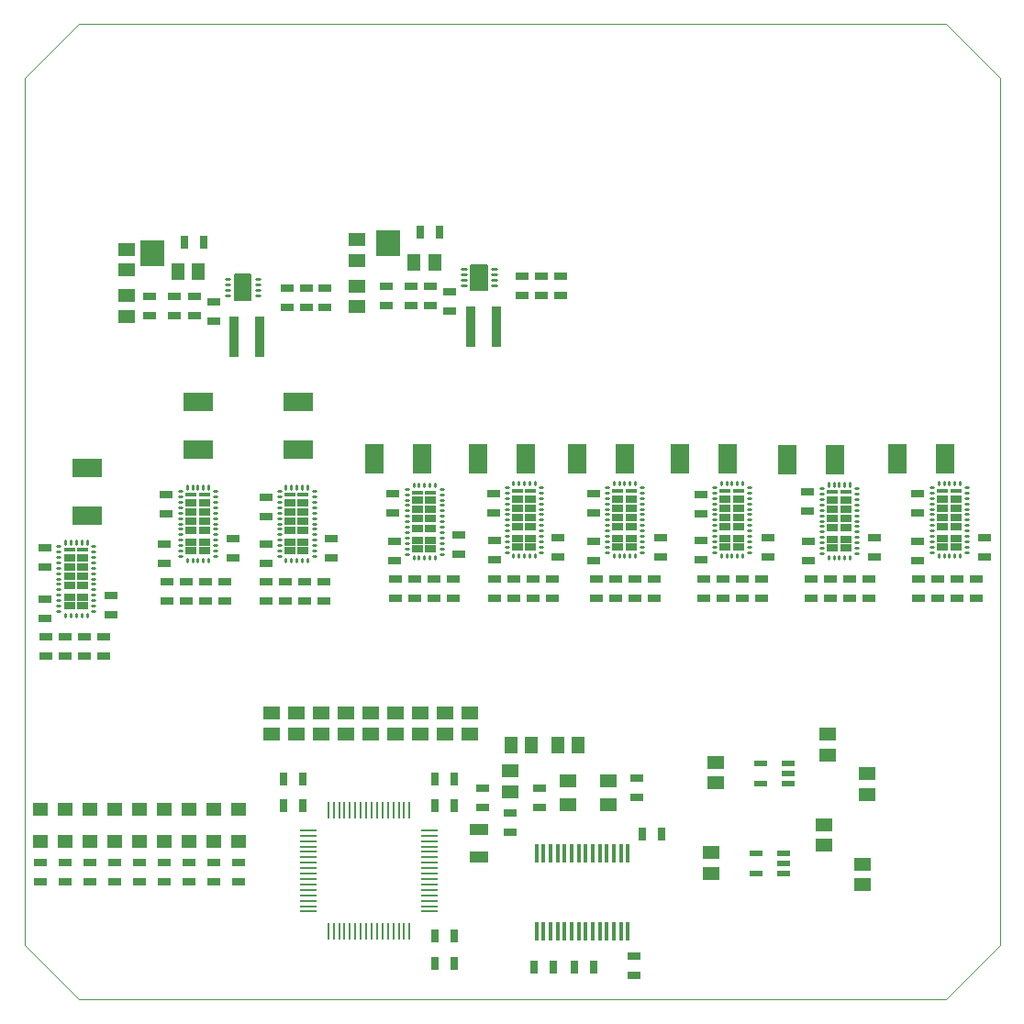
<source format=gtp>
G75*
%MOIN*%
%OFA0B0*%
%FSLAX25Y25*%
%IPPOS*%
%LPD*%
%AMOC8*
5,1,8,0,0,1.08239X$1,22.5*
%
%ADD10R,0.04724X0.03150*%
%ADD11R,0.10630X0.07087*%
%ADD12C,0.00945*%
%ADD13R,0.03937X0.02559*%
%ADD14R,0.03937X0.01575*%
%ADD15R,0.07087X0.10630*%
%ADD16R,0.05118X0.05906*%
%ADD17R,0.03800X0.14600*%
%ADD18C,0.00504*%
%ADD19R,0.00984X0.06102*%
%ADD20R,0.06102X0.00984*%
%ADD21R,0.01575X0.06890*%
%ADD22R,0.07087X0.03937*%
%ADD23R,0.03150X0.04724*%
%ADD24R,0.06299X0.04921*%
%ADD25R,0.03937X0.00984*%
%ADD26R,0.00984X0.03937*%
%ADD27R,0.05906X0.05118*%
%ADD28R,0.04724X0.02165*%
%ADD29R,0.08800X0.09800*%
%ADD30R,0.05512X0.04724*%
%ADD31C,0.00000*%
D10*
X0016900Y0054323D03*
X0016900Y0061410D03*
X0025900Y0061410D03*
X0025900Y0054323D03*
X0034900Y0054323D03*
X0034900Y0061410D03*
X0043900Y0061410D03*
X0043900Y0054323D03*
X0052900Y0054323D03*
X0052900Y0061410D03*
X0061900Y0061410D03*
X0061900Y0054323D03*
X0070900Y0054323D03*
X0070900Y0061410D03*
X0079900Y0061410D03*
X0079900Y0054323D03*
X0088900Y0054323D03*
X0088900Y0061410D03*
X0039900Y0136323D03*
X0032900Y0136323D03*
X0025900Y0136323D03*
X0018900Y0136323D03*
X0018900Y0143410D03*
X0018400Y0149823D03*
X0018400Y0156910D03*
X0018520Y0168629D03*
X0018520Y0175715D03*
X0042400Y0158410D03*
X0042400Y0151323D03*
X0039900Y0143410D03*
X0032900Y0143410D03*
X0025900Y0143410D03*
X0062900Y0156323D03*
X0069900Y0156323D03*
X0076900Y0156323D03*
X0083900Y0156323D03*
X0083900Y0163410D03*
X0076900Y0163410D03*
X0069900Y0163410D03*
X0062900Y0163410D03*
X0061900Y0169823D03*
X0061900Y0176910D03*
X0062320Y0187829D03*
X0062320Y0194915D03*
X0086700Y0178910D03*
X0086700Y0171823D03*
X0098900Y0169823D03*
X0098900Y0163410D03*
X0105900Y0163410D03*
X0112900Y0163410D03*
X0119900Y0163410D03*
X0119900Y0156323D03*
X0112900Y0156323D03*
X0105900Y0156323D03*
X0098900Y0156323D03*
X0098900Y0176910D03*
X0098720Y0186829D03*
X0098720Y0193915D03*
X0122300Y0178910D03*
X0122300Y0171823D03*
X0145400Y0170823D03*
X0145900Y0164410D03*
X0152900Y0164410D03*
X0159900Y0164410D03*
X0166900Y0164410D03*
X0166900Y0157323D03*
X0159900Y0157323D03*
X0152900Y0157323D03*
X0145900Y0157323D03*
X0145400Y0177910D03*
X0144900Y0188323D03*
X0144900Y0195410D03*
X0168700Y0180410D03*
X0168700Y0173323D03*
X0181900Y0171323D03*
X0181900Y0164410D03*
X0188900Y0164410D03*
X0195900Y0164410D03*
X0202900Y0164410D03*
X0202900Y0157323D03*
X0195900Y0157323D03*
X0188900Y0157323D03*
X0181900Y0157323D03*
X0181900Y0178410D03*
X0181300Y0188323D03*
X0181300Y0195410D03*
X0204600Y0179410D03*
X0204600Y0172323D03*
X0217900Y0170823D03*
X0218900Y0164410D03*
X0225900Y0164410D03*
X0232900Y0164410D03*
X0239900Y0164410D03*
X0239900Y0157323D03*
X0232900Y0157323D03*
X0225900Y0157323D03*
X0218900Y0157323D03*
X0217900Y0177910D03*
X0217900Y0188323D03*
X0217900Y0195410D03*
X0242000Y0179410D03*
X0242000Y0172323D03*
X0256900Y0171323D03*
X0257900Y0164410D03*
X0264900Y0164410D03*
X0271900Y0164410D03*
X0278900Y0164410D03*
X0278900Y0157323D03*
X0271900Y0157323D03*
X0264900Y0157323D03*
X0257900Y0157323D03*
X0256900Y0178410D03*
X0256900Y0187823D03*
X0256900Y0194910D03*
X0281000Y0179410D03*
X0281000Y0172323D03*
X0295900Y0170823D03*
X0296900Y0164410D03*
X0303900Y0164410D03*
X0310900Y0164410D03*
X0317900Y0164410D03*
X0317900Y0157323D03*
X0310900Y0157323D03*
X0303900Y0157323D03*
X0296900Y0157323D03*
X0295900Y0177910D03*
X0295400Y0188823D03*
X0295400Y0195910D03*
X0319800Y0179410D03*
X0319800Y0172323D03*
X0335400Y0170823D03*
X0335900Y0164410D03*
X0342900Y0164410D03*
X0349900Y0164410D03*
X0356900Y0164410D03*
X0356900Y0157323D03*
X0349900Y0157323D03*
X0342900Y0157323D03*
X0335900Y0157323D03*
X0335400Y0177910D03*
X0335500Y0188323D03*
X0335500Y0195410D03*
X0359900Y0179410D03*
X0359900Y0172323D03*
X0233541Y0091908D03*
X0233541Y0084822D03*
X0198108Y0088306D03*
X0198108Y0081219D03*
X0187281Y0079448D03*
X0187281Y0072361D03*
X0177439Y0081219D03*
X0177439Y0088306D03*
X0232557Y0027440D03*
X0232557Y0020353D03*
X0079900Y0257923D03*
X0072800Y0259923D03*
X0079900Y0265010D03*
X0072800Y0267010D03*
X0065500Y0267010D03*
X0065500Y0259923D03*
X0056500Y0259923D03*
X0056500Y0267010D03*
X0106500Y0270010D03*
X0113300Y0270010D03*
X0120100Y0270010D03*
X0120100Y0262923D03*
X0113300Y0262923D03*
X0106500Y0262923D03*
X0142300Y0263523D03*
X0142300Y0270610D03*
X0151300Y0270610D03*
X0151300Y0263523D03*
X0158400Y0263523D03*
X0158400Y0270610D03*
X0165500Y0268610D03*
X0165500Y0261523D03*
X0191900Y0267323D03*
X0198900Y0267323D03*
X0198900Y0274410D03*
X0191900Y0274410D03*
X0205900Y0274410D03*
X0205900Y0267323D03*
D11*
X0110500Y0228561D03*
X0110500Y0211238D03*
X0074100Y0211238D03*
X0074100Y0228561D03*
X0033700Y0204561D03*
X0033700Y0187238D03*
D12*
X0033637Y0178168D02*
X0033637Y0177144D01*
X0033637Y0178168D02*
X0033637Y0178168D01*
X0033637Y0177144D01*
X0033637Y0177144D01*
X0033637Y0178088D02*
X0033637Y0178088D01*
X0031669Y0178168D02*
X0031669Y0177144D01*
X0031669Y0178168D02*
X0031669Y0178168D01*
X0031669Y0177144D01*
X0031669Y0177144D01*
X0031669Y0178088D02*
X0031669Y0178088D01*
X0029700Y0178168D02*
X0029700Y0177144D01*
X0029700Y0178168D02*
X0029700Y0178168D01*
X0029700Y0177144D01*
X0029700Y0177144D01*
X0029700Y0178088D02*
X0029700Y0178088D01*
X0027731Y0178168D02*
X0027731Y0177144D01*
X0027731Y0178168D02*
X0027731Y0178168D01*
X0027731Y0177144D01*
X0027731Y0177144D01*
X0027731Y0178088D02*
X0027731Y0178088D01*
X0025763Y0178168D02*
X0025763Y0177144D01*
X0025763Y0178168D02*
X0025763Y0178168D01*
X0025763Y0177144D01*
X0025763Y0177144D01*
X0025763Y0178088D02*
X0025763Y0178088D01*
X0023913Y0176278D02*
X0022889Y0176278D01*
X0023913Y0176278D02*
X0023913Y0176278D01*
X0022889Y0176278D01*
X0022889Y0176278D01*
X0022889Y0174309D02*
X0023913Y0174309D01*
X0023913Y0174309D01*
X0022889Y0174309D01*
X0022889Y0174309D01*
X0022889Y0172341D02*
X0023913Y0172341D01*
X0023913Y0172341D01*
X0022889Y0172341D01*
X0022889Y0172341D01*
X0022889Y0170372D02*
X0023913Y0170372D01*
X0023913Y0170372D01*
X0022889Y0170372D01*
X0022889Y0170372D01*
X0022889Y0168404D02*
X0023913Y0168404D01*
X0023913Y0168404D01*
X0022889Y0168404D01*
X0022889Y0168404D01*
X0022889Y0166435D02*
X0023913Y0166435D01*
X0023913Y0166435D01*
X0022889Y0166435D01*
X0022889Y0166435D01*
X0022889Y0164467D02*
X0023913Y0164467D01*
X0023913Y0164467D01*
X0022889Y0164467D01*
X0022889Y0164467D01*
X0022889Y0162498D02*
X0023913Y0162498D01*
X0023913Y0162498D01*
X0022889Y0162498D01*
X0022889Y0162498D01*
X0022889Y0160530D02*
X0023913Y0160530D01*
X0023913Y0160530D01*
X0022889Y0160530D01*
X0022889Y0160530D01*
X0022889Y0158561D02*
X0023913Y0158561D01*
X0023913Y0158561D01*
X0022889Y0158561D01*
X0022889Y0158561D01*
X0022889Y0156593D02*
X0023913Y0156593D01*
X0023913Y0156593D01*
X0022889Y0156593D01*
X0022889Y0156593D01*
X0022889Y0154624D02*
X0023913Y0154624D01*
X0023913Y0154624D01*
X0022889Y0154624D01*
X0022889Y0154624D01*
X0022889Y0152656D02*
X0023913Y0152656D01*
X0023913Y0152656D01*
X0022889Y0152656D01*
X0022889Y0152656D01*
X0025763Y0151790D02*
X0025763Y0150766D01*
X0025763Y0150766D01*
X0025763Y0151790D01*
X0025763Y0151790D01*
X0025763Y0151710D02*
X0025763Y0151710D01*
X0027731Y0151790D02*
X0027731Y0150766D01*
X0027731Y0150766D01*
X0027731Y0151790D01*
X0027731Y0151790D01*
X0027731Y0151710D02*
X0027731Y0151710D01*
X0029700Y0151790D02*
X0029700Y0150766D01*
X0029700Y0150766D01*
X0029700Y0151790D01*
X0029700Y0151790D01*
X0029700Y0151710D02*
X0029700Y0151710D01*
X0031669Y0151790D02*
X0031669Y0150766D01*
X0031669Y0150766D01*
X0031669Y0151790D01*
X0031669Y0151790D01*
X0031669Y0151710D02*
X0031669Y0151710D01*
X0033637Y0151790D02*
X0033637Y0150766D01*
X0033637Y0150766D01*
X0033637Y0151790D01*
X0033637Y0151790D01*
X0033637Y0151710D02*
X0033637Y0151710D01*
X0035487Y0152656D02*
X0036511Y0152656D01*
X0035487Y0152656D02*
X0035487Y0152656D01*
X0036511Y0152656D01*
X0036511Y0152656D01*
X0036511Y0154624D02*
X0035487Y0154624D01*
X0035487Y0154624D01*
X0036511Y0154624D01*
X0036511Y0154624D01*
X0036511Y0156593D02*
X0035487Y0156593D01*
X0035487Y0156593D01*
X0036511Y0156593D01*
X0036511Y0156593D01*
X0036511Y0158561D02*
X0035487Y0158561D01*
X0035487Y0158561D01*
X0036511Y0158561D01*
X0036511Y0158561D01*
X0036511Y0160530D02*
X0035487Y0160530D01*
X0035487Y0160530D01*
X0036511Y0160530D01*
X0036511Y0160530D01*
X0036511Y0162498D02*
X0035487Y0162498D01*
X0035487Y0162498D01*
X0036511Y0162498D01*
X0036511Y0162498D01*
X0036511Y0164467D02*
X0035487Y0164467D01*
X0035487Y0164467D01*
X0036511Y0164467D01*
X0036511Y0164467D01*
X0036511Y0166435D02*
X0035487Y0166435D01*
X0035487Y0166435D01*
X0036511Y0166435D01*
X0036511Y0166435D01*
X0036511Y0168404D02*
X0035487Y0168404D01*
X0035487Y0168404D01*
X0036511Y0168404D01*
X0036511Y0168404D01*
X0036511Y0170372D02*
X0035487Y0170372D01*
X0035487Y0170372D01*
X0036511Y0170372D01*
X0036511Y0170372D01*
X0036511Y0172341D02*
X0035487Y0172341D01*
X0035487Y0172341D01*
X0036511Y0172341D01*
X0036511Y0172341D01*
X0036511Y0174309D02*
X0035487Y0174309D01*
X0035487Y0174309D01*
X0036511Y0174309D01*
X0036511Y0174309D01*
X0036511Y0176278D02*
X0035487Y0176278D01*
X0035487Y0176278D01*
X0036511Y0176278D01*
X0036511Y0176278D01*
X0067089Y0176593D02*
X0068113Y0176593D01*
X0068113Y0176593D01*
X0067089Y0176593D01*
X0067089Y0176593D01*
X0067089Y0178561D02*
X0068113Y0178561D01*
X0068113Y0178561D01*
X0067089Y0178561D01*
X0067089Y0178561D01*
X0067089Y0180530D02*
X0068113Y0180530D01*
X0068113Y0180530D01*
X0067089Y0180530D01*
X0067089Y0180530D01*
X0067089Y0182498D02*
X0068113Y0182498D01*
X0068113Y0182498D01*
X0067089Y0182498D01*
X0067089Y0182498D01*
X0067089Y0184467D02*
X0068113Y0184467D01*
X0068113Y0184467D01*
X0067089Y0184467D01*
X0067089Y0184467D01*
X0067089Y0186435D02*
X0068113Y0186435D01*
X0068113Y0186435D01*
X0067089Y0186435D01*
X0067089Y0186435D01*
X0067089Y0188404D02*
X0068113Y0188404D01*
X0068113Y0188404D01*
X0067089Y0188404D01*
X0067089Y0188404D01*
X0067089Y0190372D02*
X0068113Y0190372D01*
X0068113Y0190372D01*
X0067089Y0190372D01*
X0067089Y0190372D01*
X0067089Y0192341D02*
X0068113Y0192341D01*
X0068113Y0192341D01*
X0067089Y0192341D01*
X0067089Y0192341D01*
X0067089Y0194309D02*
X0068113Y0194309D01*
X0068113Y0194309D01*
X0067089Y0194309D01*
X0067089Y0194309D01*
X0067089Y0196278D02*
X0068113Y0196278D01*
X0068113Y0196278D01*
X0067089Y0196278D01*
X0067089Y0196278D01*
X0069963Y0197144D02*
X0069963Y0198168D01*
X0069963Y0198168D01*
X0069963Y0197144D01*
X0069963Y0197144D01*
X0069963Y0198088D02*
X0069963Y0198088D01*
X0071931Y0198168D02*
X0071931Y0197144D01*
X0071931Y0198168D02*
X0071931Y0198168D01*
X0071931Y0197144D01*
X0071931Y0197144D01*
X0071931Y0198088D02*
X0071931Y0198088D01*
X0073900Y0198168D02*
X0073900Y0197144D01*
X0073900Y0198168D02*
X0073900Y0198168D01*
X0073900Y0197144D01*
X0073900Y0197144D01*
X0073900Y0198088D02*
X0073900Y0198088D01*
X0075869Y0198168D02*
X0075869Y0197144D01*
X0075869Y0198168D02*
X0075869Y0198168D01*
X0075869Y0197144D01*
X0075869Y0197144D01*
X0075869Y0198088D02*
X0075869Y0198088D01*
X0077837Y0198168D02*
X0077837Y0197144D01*
X0077837Y0198168D02*
X0077837Y0198168D01*
X0077837Y0197144D01*
X0077837Y0197144D01*
X0077837Y0198088D02*
X0077837Y0198088D01*
X0079687Y0196278D02*
X0080711Y0196278D01*
X0079687Y0196278D02*
X0079687Y0196278D01*
X0080711Y0196278D01*
X0080711Y0196278D01*
X0080711Y0194309D02*
X0079687Y0194309D01*
X0079687Y0194309D01*
X0080711Y0194309D01*
X0080711Y0194309D01*
X0080711Y0192341D02*
X0079687Y0192341D01*
X0079687Y0192341D01*
X0080711Y0192341D01*
X0080711Y0192341D01*
X0080711Y0190372D02*
X0079687Y0190372D01*
X0079687Y0190372D01*
X0080711Y0190372D01*
X0080711Y0190372D01*
X0080711Y0188404D02*
X0079687Y0188404D01*
X0079687Y0188404D01*
X0080711Y0188404D01*
X0080711Y0188404D01*
X0080711Y0186435D02*
X0079687Y0186435D01*
X0079687Y0186435D01*
X0080711Y0186435D01*
X0080711Y0186435D01*
X0080711Y0184467D02*
X0079687Y0184467D01*
X0079687Y0184467D01*
X0080711Y0184467D01*
X0080711Y0184467D01*
X0080711Y0182498D02*
X0079687Y0182498D01*
X0079687Y0182498D01*
X0080711Y0182498D01*
X0080711Y0182498D01*
X0080711Y0180530D02*
X0079687Y0180530D01*
X0079687Y0180530D01*
X0080711Y0180530D01*
X0080711Y0180530D01*
X0080711Y0178561D02*
X0079687Y0178561D01*
X0079687Y0178561D01*
X0080711Y0178561D01*
X0080711Y0178561D01*
X0080711Y0176593D02*
X0079687Y0176593D01*
X0079687Y0176593D01*
X0080711Y0176593D01*
X0080711Y0176593D01*
X0080711Y0174624D02*
X0079687Y0174624D01*
X0079687Y0174624D01*
X0080711Y0174624D01*
X0080711Y0174624D01*
X0080711Y0172656D02*
X0079687Y0172656D01*
X0079687Y0172656D01*
X0080711Y0172656D01*
X0080711Y0172656D01*
X0077837Y0171790D02*
X0077837Y0170766D01*
X0077837Y0170766D01*
X0077837Y0171790D01*
X0077837Y0171790D01*
X0077837Y0171710D02*
X0077837Y0171710D01*
X0075869Y0171790D02*
X0075869Y0170766D01*
X0075869Y0170766D01*
X0075869Y0171790D01*
X0075869Y0171790D01*
X0075869Y0171710D02*
X0075869Y0171710D01*
X0073900Y0171790D02*
X0073900Y0170766D01*
X0073900Y0170766D01*
X0073900Y0171790D01*
X0073900Y0171790D01*
X0073900Y0171710D02*
X0073900Y0171710D01*
X0071931Y0171790D02*
X0071931Y0170766D01*
X0071931Y0170766D01*
X0071931Y0171790D01*
X0071931Y0171790D01*
X0071931Y0171710D02*
X0071931Y0171710D01*
X0069963Y0171790D02*
X0069963Y0170766D01*
X0069963Y0170766D01*
X0069963Y0171790D01*
X0069963Y0171790D01*
X0069963Y0171710D02*
X0069963Y0171710D01*
X0068113Y0172656D02*
X0067089Y0172656D01*
X0068113Y0172656D02*
X0068113Y0172656D01*
X0067089Y0172656D01*
X0067089Y0172656D01*
X0067089Y0174624D02*
X0068113Y0174624D01*
X0068113Y0174624D01*
X0067089Y0174624D01*
X0067089Y0174624D01*
X0102989Y0174624D02*
X0104013Y0174624D01*
X0104013Y0174624D01*
X0102989Y0174624D01*
X0102989Y0174624D01*
X0102989Y0172656D02*
X0104013Y0172656D01*
X0104013Y0172656D01*
X0102989Y0172656D01*
X0102989Y0172656D01*
X0105863Y0171790D02*
X0105863Y0170766D01*
X0105863Y0170766D01*
X0105863Y0171790D01*
X0105863Y0171790D01*
X0105863Y0171710D02*
X0105863Y0171710D01*
X0107831Y0171790D02*
X0107831Y0170766D01*
X0107831Y0170766D01*
X0107831Y0171790D01*
X0107831Y0171790D01*
X0107831Y0171710D02*
X0107831Y0171710D01*
X0109800Y0171790D02*
X0109800Y0170766D01*
X0109800Y0170766D01*
X0109800Y0171790D01*
X0109800Y0171790D01*
X0109800Y0171710D02*
X0109800Y0171710D01*
X0111769Y0171790D02*
X0111769Y0170766D01*
X0111769Y0170766D01*
X0111769Y0171790D01*
X0111769Y0171790D01*
X0111769Y0171710D02*
X0111769Y0171710D01*
X0113737Y0171790D02*
X0113737Y0170766D01*
X0113737Y0170766D01*
X0113737Y0171790D01*
X0113737Y0171790D01*
X0113737Y0171710D02*
X0113737Y0171710D01*
X0115587Y0172656D02*
X0116611Y0172656D01*
X0115587Y0172656D02*
X0115587Y0172656D01*
X0116611Y0172656D01*
X0116611Y0172656D01*
X0116611Y0174624D02*
X0115587Y0174624D01*
X0115587Y0174624D01*
X0116611Y0174624D01*
X0116611Y0174624D01*
X0116611Y0176593D02*
X0115587Y0176593D01*
X0115587Y0176593D01*
X0116611Y0176593D01*
X0116611Y0176593D01*
X0116611Y0178561D02*
X0115587Y0178561D01*
X0115587Y0178561D01*
X0116611Y0178561D01*
X0116611Y0178561D01*
X0116611Y0180530D02*
X0115587Y0180530D01*
X0115587Y0180530D01*
X0116611Y0180530D01*
X0116611Y0180530D01*
X0116611Y0182498D02*
X0115587Y0182498D01*
X0115587Y0182498D01*
X0116611Y0182498D01*
X0116611Y0182498D01*
X0116611Y0184467D02*
X0115587Y0184467D01*
X0115587Y0184467D01*
X0116611Y0184467D01*
X0116611Y0184467D01*
X0116611Y0186435D02*
X0115587Y0186435D01*
X0115587Y0186435D01*
X0116611Y0186435D01*
X0116611Y0186435D01*
X0116611Y0188404D02*
X0115587Y0188404D01*
X0115587Y0188404D01*
X0116611Y0188404D01*
X0116611Y0188404D01*
X0116611Y0190372D02*
X0115587Y0190372D01*
X0115587Y0190372D01*
X0116611Y0190372D01*
X0116611Y0190372D01*
X0116611Y0192341D02*
X0115587Y0192341D01*
X0115587Y0192341D01*
X0116611Y0192341D01*
X0116611Y0192341D01*
X0116611Y0194309D02*
X0115587Y0194309D01*
X0115587Y0194309D01*
X0116611Y0194309D01*
X0116611Y0194309D01*
X0116611Y0196278D02*
X0115587Y0196278D01*
X0115587Y0196278D01*
X0116611Y0196278D01*
X0116611Y0196278D01*
X0113737Y0197144D02*
X0113737Y0198168D01*
X0113737Y0198168D01*
X0113737Y0197144D01*
X0113737Y0197144D01*
X0113737Y0198088D02*
X0113737Y0198088D01*
X0111769Y0198168D02*
X0111769Y0197144D01*
X0111769Y0198168D02*
X0111769Y0198168D01*
X0111769Y0197144D01*
X0111769Y0197144D01*
X0111769Y0198088D02*
X0111769Y0198088D01*
X0109800Y0198168D02*
X0109800Y0197144D01*
X0109800Y0198168D02*
X0109800Y0198168D01*
X0109800Y0197144D01*
X0109800Y0197144D01*
X0109800Y0198088D02*
X0109800Y0198088D01*
X0107831Y0198168D02*
X0107831Y0197144D01*
X0107831Y0198168D02*
X0107831Y0198168D01*
X0107831Y0197144D01*
X0107831Y0197144D01*
X0107831Y0198088D02*
X0107831Y0198088D01*
X0105863Y0198168D02*
X0105863Y0197144D01*
X0105863Y0198168D02*
X0105863Y0198168D01*
X0105863Y0197144D01*
X0105863Y0197144D01*
X0105863Y0198088D02*
X0105863Y0198088D01*
X0104013Y0196278D02*
X0102989Y0196278D01*
X0104013Y0196278D02*
X0104013Y0196278D01*
X0102989Y0196278D01*
X0102989Y0196278D01*
X0102989Y0194309D02*
X0104013Y0194309D01*
X0104013Y0194309D01*
X0102989Y0194309D01*
X0102989Y0194309D01*
X0102989Y0192341D02*
X0104013Y0192341D01*
X0104013Y0192341D01*
X0102989Y0192341D01*
X0102989Y0192341D01*
X0102989Y0190372D02*
X0104013Y0190372D01*
X0104013Y0190372D01*
X0102989Y0190372D01*
X0102989Y0190372D01*
X0102989Y0188404D02*
X0104013Y0188404D01*
X0104013Y0188404D01*
X0102989Y0188404D01*
X0102989Y0188404D01*
X0102989Y0186435D02*
X0104013Y0186435D01*
X0104013Y0186435D01*
X0102989Y0186435D01*
X0102989Y0186435D01*
X0102989Y0184467D02*
X0104013Y0184467D01*
X0104013Y0184467D01*
X0102989Y0184467D01*
X0102989Y0184467D01*
X0102989Y0182498D02*
X0104013Y0182498D01*
X0104013Y0182498D01*
X0102989Y0182498D01*
X0102989Y0182498D01*
X0102989Y0180530D02*
X0104013Y0180530D01*
X0104013Y0180530D01*
X0102989Y0180530D01*
X0102989Y0180530D01*
X0102989Y0178561D02*
X0104013Y0178561D01*
X0104013Y0178561D01*
X0102989Y0178561D01*
X0102989Y0178561D01*
X0102989Y0176593D02*
X0104013Y0176593D01*
X0104013Y0176593D01*
X0102989Y0176593D01*
X0102989Y0176593D01*
X0149389Y0177393D02*
X0150413Y0177393D01*
X0150413Y0177393D01*
X0149389Y0177393D01*
X0149389Y0177393D01*
X0149389Y0179361D02*
X0150413Y0179361D01*
X0150413Y0179361D01*
X0149389Y0179361D01*
X0149389Y0179361D01*
X0149389Y0181330D02*
X0150413Y0181330D01*
X0150413Y0181330D01*
X0149389Y0181330D01*
X0149389Y0181330D01*
X0149389Y0183298D02*
X0150413Y0183298D01*
X0150413Y0183298D01*
X0149389Y0183298D01*
X0149389Y0183298D01*
X0149389Y0185267D02*
X0150413Y0185267D01*
X0150413Y0185267D01*
X0149389Y0185267D01*
X0149389Y0185267D01*
X0149389Y0187235D02*
X0150413Y0187235D01*
X0150413Y0187235D01*
X0149389Y0187235D01*
X0149389Y0187235D01*
X0149389Y0189204D02*
X0150413Y0189204D01*
X0150413Y0189204D01*
X0149389Y0189204D01*
X0149389Y0189204D01*
X0149389Y0191172D02*
X0150413Y0191172D01*
X0150413Y0191172D01*
X0149389Y0191172D01*
X0149389Y0191172D01*
X0149389Y0193141D02*
X0150413Y0193141D01*
X0150413Y0193141D01*
X0149389Y0193141D01*
X0149389Y0193141D01*
X0149389Y0195109D02*
X0150413Y0195109D01*
X0150413Y0195109D01*
X0149389Y0195109D01*
X0149389Y0195109D01*
X0149389Y0197078D02*
X0150413Y0197078D01*
X0150413Y0197078D01*
X0149389Y0197078D01*
X0149389Y0197078D01*
X0152263Y0197944D02*
X0152263Y0198968D01*
X0152263Y0198968D01*
X0152263Y0197944D01*
X0152263Y0197944D01*
X0152263Y0198888D02*
X0152263Y0198888D01*
X0154231Y0198968D02*
X0154231Y0197944D01*
X0154231Y0198968D02*
X0154231Y0198968D01*
X0154231Y0197944D01*
X0154231Y0197944D01*
X0154231Y0198888D02*
X0154231Y0198888D01*
X0156200Y0198968D02*
X0156200Y0197944D01*
X0156200Y0198968D02*
X0156200Y0198968D01*
X0156200Y0197944D01*
X0156200Y0197944D01*
X0156200Y0198888D02*
X0156200Y0198888D01*
X0158169Y0198968D02*
X0158169Y0197944D01*
X0158169Y0198968D02*
X0158169Y0198968D01*
X0158169Y0197944D01*
X0158169Y0197944D01*
X0158169Y0198888D02*
X0158169Y0198888D01*
X0160137Y0198968D02*
X0160137Y0197944D01*
X0160137Y0198968D02*
X0160137Y0198968D01*
X0160137Y0197944D01*
X0160137Y0197944D01*
X0160137Y0198888D02*
X0160137Y0198888D01*
X0161987Y0197078D02*
X0163011Y0197078D01*
X0161987Y0197078D02*
X0161987Y0197078D01*
X0163011Y0197078D01*
X0163011Y0197078D01*
X0163011Y0195109D02*
X0161987Y0195109D01*
X0161987Y0195109D01*
X0163011Y0195109D01*
X0163011Y0195109D01*
X0163011Y0193141D02*
X0161987Y0193141D01*
X0161987Y0193141D01*
X0163011Y0193141D01*
X0163011Y0193141D01*
X0163011Y0191172D02*
X0161987Y0191172D01*
X0161987Y0191172D01*
X0163011Y0191172D01*
X0163011Y0191172D01*
X0163011Y0189204D02*
X0161987Y0189204D01*
X0161987Y0189204D01*
X0163011Y0189204D01*
X0163011Y0189204D01*
X0163011Y0187235D02*
X0161987Y0187235D01*
X0161987Y0187235D01*
X0163011Y0187235D01*
X0163011Y0187235D01*
X0163011Y0185267D02*
X0161987Y0185267D01*
X0161987Y0185267D01*
X0163011Y0185267D01*
X0163011Y0185267D01*
X0163011Y0183298D02*
X0161987Y0183298D01*
X0161987Y0183298D01*
X0163011Y0183298D01*
X0163011Y0183298D01*
X0163011Y0181330D02*
X0161987Y0181330D01*
X0161987Y0181330D01*
X0163011Y0181330D01*
X0163011Y0181330D01*
X0163011Y0179361D02*
X0161987Y0179361D01*
X0161987Y0179361D01*
X0163011Y0179361D01*
X0163011Y0179361D01*
X0163011Y0177393D02*
X0161987Y0177393D01*
X0161987Y0177393D01*
X0163011Y0177393D01*
X0163011Y0177393D01*
X0163011Y0175424D02*
X0161987Y0175424D01*
X0161987Y0175424D01*
X0163011Y0175424D01*
X0163011Y0175424D01*
X0163011Y0173456D02*
X0161987Y0173456D01*
X0161987Y0173456D01*
X0163011Y0173456D01*
X0163011Y0173456D01*
X0160137Y0172590D02*
X0160137Y0171566D01*
X0160137Y0171566D01*
X0160137Y0172590D01*
X0160137Y0172590D01*
X0160137Y0172510D02*
X0160137Y0172510D01*
X0158169Y0172590D02*
X0158169Y0171566D01*
X0158169Y0171566D01*
X0158169Y0172590D01*
X0158169Y0172590D01*
X0158169Y0172510D02*
X0158169Y0172510D01*
X0156200Y0172590D02*
X0156200Y0171566D01*
X0156200Y0171566D01*
X0156200Y0172590D01*
X0156200Y0172590D01*
X0156200Y0172510D02*
X0156200Y0172510D01*
X0154231Y0172590D02*
X0154231Y0171566D01*
X0154231Y0171566D01*
X0154231Y0172590D01*
X0154231Y0172590D01*
X0154231Y0172510D02*
X0154231Y0172510D01*
X0152263Y0172590D02*
X0152263Y0171566D01*
X0152263Y0171566D01*
X0152263Y0172590D01*
X0152263Y0172590D01*
X0152263Y0172510D02*
X0152263Y0172510D01*
X0150413Y0173456D02*
X0149389Y0173456D01*
X0150413Y0173456D02*
X0150413Y0173456D01*
X0149389Y0173456D01*
X0149389Y0173456D01*
X0149389Y0175424D02*
X0150413Y0175424D01*
X0150413Y0175424D01*
X0149389Y0175424D01*
X0149389Y0175424D01*
X0185589Y0176024D02*
X0186613Y0176024D01*
X0186613Y0176024D01*
X0185589Y0176024D01*
X0185589Y0176024D01*
X0185589Y0174056D02*
X0186613Y0174056D01*
X0186613Y0174056D01*
X0185589Y0174056D01*
X0185589Y0174056D01*
X0188463Y0173190D02*
X0188463Y0172166D01*
X0188463Y0172166D01*
X0188463Y0173190D01*
X0188463Y0173190D01*
X0188463Y0173110D02*
X0188463Y0173110D01*
X0190431Y0173190D02*
X0190431Y0172166D01*
X0190431Y0172166D01*
X0190431Y0173190D01*
X0190431Y0173190D01*
X0190431Y0173110D02*
X0190431Y0173110D01*
X0192400Y0173190D02*
X0192400Y0172166D01*
X0192400Y0172166D01*
X0192400Y0173190D01*
X0192400Y0173190D01*
X0192400Y0173110D02*
X0192400Y0173110D01*
X0194369Y0173190D02*
X0194369Y0172166D01*
X0194369Y0172166D01*
X0194369Y0173190D01*
X0194369Y0173190D01*
X0194369Y0173110D02*
X0194369Y0173110D01*
X0196337Y0173190D02*
X0196337Y0172166D01*
X0196337Y0172166D01*
X0196337Y0173190D01*
X0196337Y0173190D01*
X0196337Y0173110D02*
X0196337Y0173110D01*
X0198187Y0174056D02*
X0199211Y0174056D01*
X0198187Y0174056D02*
X0198187Y0174056D01*
X0199211Y0174056D01*
X0199211Y0174056D01*
X0199211Y0176024D02*
X0198187Y0176024D01*
X0198187Y0176024D01*
X0199211Y0176024D01*
X0199211Y0176024D01*
X0199211Y0177993D02*
X0198187Y0177993D01*
X0198187Y0177993D01*
X0199211Y0177993D01*
X0199211Y0177993D01*
X0199211Y0179961D02*
X0198187Y0179961D01*
X0198187Y0179961D01*
X0199211Y0179961D01*
X0199211Y0179961D01*
X0199211Y0181930D02*
X0198187Y0181930D01*
X0198187Y0181930D01*
X0199211Y0181930D01*
X0199211Y0181930D01*
X0199211Y0183898D02*
X0198187Y0183898D01*
X0198187Y0183898D01*
X0199211Y0183898D01*
X0199211Y0183898D01*
X0199211Y0185867D02*
X0198187Y0185867D01*
X0198187Y0185867D01*
X0199211Y0185867D01*
X0199211Y0185867D01*
X0199211Y0187835D02*
X0198187Y0187835D01*
X0198187Y0187835D01*
X0199211Y0187835D01*
X0199211Y0187835D01*
X0199211Y0189804D02*
X0198187Y0189804D01*
X0198187Y0189804D01*
X0199211Y0189804D01*
X0199211Y0189804D01*
X0199211Y0191772D02*
X0198187Y0191772D01*
X0198187Y0191772D01*
X0199211Y0191772D01*
X0199211Y0191772D01*
X0199211Y0193741D02*
X0198187Y0193741D01*
X0198187Y0193741D01*
X0199211Y0193741D01*
X0199211Y0193741D01*
X0199211Y0195709D02*
X0198187Y0195709D01*
X0198187Y0195709D01*
X0199211Y0195709D01*
X0199211Y0195709D01*
X0199211Y0197678D02*
X0198187Y0197678D01*
X0198187Y0197678D01*
X0199211Y0197678D01*
X0199211Y0197678D01*
X0196337Y0198544D02*
X0196337Y0199568D01*
X0196337Y0199568D01*
X0196337Y0198544D01*
X0196337Y0198544D01*
X0196337Y0199488D02*
X0196337Y0199488D01*
X0194369Y0199568D02*
X0194369Y0198544D01*
X0194369Y0199568D02*
X0194369Y0199568D01*
X0194369Y0198544D01*
X0194369Y0198544D01*
X0194369Y0199488D02*
X0194369Y0199488D01*
X0192400Y0199568D02*
X0192400Y0198544D01*
X0192400Y0199568D02*
X0192400Y0199568D01*
X0192400Y0198544D01*
X0192400Y0198544D01*
X0192400Y0199488D02*
X0192400Y0199488D01*
X0190431Y0199568D02*
X0190431Y0198544D01*
X0190431Y0199568D02*
X0190431Y0199568D01*
X0190431Y0198544D01*
X0190431Y0198544D01*
X0190431Y0199488D02*
X0190431Y0199488D01*
X0188463Y0199568D02*
X0188463Y0198544D01*
X0188463Y0199568D02*
X0188463Y0199568D01*
X0188463Y0198544D01*
X0188463Y0198544D01*
X0188463Y0199488D02*
X0188463Y0199488D01*
X0186613Y0197678D02*
X0185589Y0197678D01*
X0186613Y0197678D02*
X0186613Y0197678D01*
X0185589Y0197678D01*
X0185589Y0197678D01*
X0185589Y0195709D02*
X0186613Y0195709D01*
X0186613Y0195709D01*
X0185589Y0195709D01*
X0185589Y0195709D01*
X0185589Y0193741D02*
X0186613Y0193741D01*
X0186613Y0193741D01*
X0185589Y0193741D01*
X0185589Y0193741D01*
X0185589Y0191772D02*
X0186613Y0191772D01*
X0186613Y0191772D01*
X0185589Y0191772D01*
X0185589Y0191772D01*
X0185589Y0189804D02*
X0186613Y0189804D01*
X0186613Y0189804D01*
X0185589Y0189804D01*
X0185589Y0189804D01*
X0185589Y0187835D02*
X0186613Y0187835D01*
X0186613Y0187835D01*
X0185589Y0187835D01*
X0185589Y0187835D01*
X0185589Y0185867D02*
X0186613Y0185867D01*
X0186613Y0185867D01*
X0185589Y0185867D01*
X0185589Y0185867D01*
X0185589Y0183898D02*
X0186613Y0183898D01*
X0186613Y0183898D01*
X0185589Y0183898D01*
X0185589Y0183898D01*
X0185589Y0181930D02*
X0186613Y0181930D01*
X0186613Y0181930D01*
X0185589Y0181930D01*
X0185589Y0181930D01*
X0185589Y0179961D02*
X0186613Y0179961D01*
X0186613Y0179961D01*
X0185589Y0179961D01*
X0185589Y0179961D01*
X0185589Y0177993D02*
X0186613Y0177993D01*
X0186613Y0177993D01*
X0185589Y0177993D01*
X0185589Y0177993D01*
X0222089Y0177993D02*
X0223113Y0177993D01*
X0223113Y0177993D01*
X0222089Y0177993D01*
X0222089Y0177993D01*
X0222089Y0179961D02*
X0223113Y0179961D01*
X0223113Y0179961D01*
X0222089Y0179961D01*
X0222089Y0179961D01*
X0222089Y0181930D02*
X0223113Y0181930D01*
X0223113Y0181930D01*
X0222089Y0181930D01*
X0222089Y0181930D01*
X0222089Y0183898D02*
X0223113Y0183898D01*
X0223113Y0183898D01*
X0222089Y0183898D01*
X0222089Y0183898D01*
X0222089Y0185867D02*
X0223113Y0185867D01*
X0223113Y0185867D01*
X0222089Y0185867D01*
X0222089Y0185867D01*
X0222089Y0187835D02*
X0223113Y0187835D01*
X0223113Y0187835D01*
X0222089Y0187835D01*
X0222089Y0187835D01*
X0222089Y0189804D02*
X0223113Y0189804D01*
X0223113Y0189804D01*
X0222089Y0189804D01*
X0222089Y0189804D01*
X0222089Y0191772D02*
X0223113Y0191772D01*
X0223113Y0191772D01*
X0222089Y0191772D01*
X0222089Y0191772D01*
X0222089Y0193741D02*
X0223113Y0193741D01*
X0223113Y0193741D01*
X0222089Y0193741D01*
X0222089Y0193741D01*
X0222089Y0195709D02*
X0223113Y0195709D01*
X0223113Y0195709D01*
X0222089Y0195709D01*
X0222089Y0195709D01*
X0222089Y0197678D02*
X0223113Y0197678D01*
X0223113Y0197678D01*
X0222089Y0197678D01*
X0222089Y0197678D01*
X0224963Y0198544D02*
X0224963Y0199568D01*
X0224963Y0199568D01*
X0224963Y0198544D01*
X0224963Y0198544D01*
X0224963Y0199488D02*
X0224963Y0199488D01*
X0226931Y0199568D02*
X0226931Y0198544D01*
X0226931Y0199568D02*
X0226931Y0199568D01*
X0226931Y0198544D01*
X0226931Y0198544D01*
X0226931Y0199488D02*
X0226931Y0199488D01*
X0228900Y0199568D02*
X0228900Y0198544D01*
X0228900Y0199568D02*
X0228900Y0199568D01*
X0228900Y0198544D01*
X0228900Y0198544D01*
X0228900Y0199488D02*
X0228900Y0199488D01*
X0230869Y0199568D02*
X0230869Y0198544D01*
X0230869Y0199568D02*
X0230869Y0199568D01*
X0230869Y0198544D01*
X0230869Y0198544D01*
X0230869Y0199488D02*
X0230869Y0199488D01*
X0232837Y0199568D02*
X0232837Y0198544D01*
X0232837Y0199568D02*
X0232837Y0199568D01*
X0232837Y0198544D01*
X0232837Y0198544D01*
X0232837Y0199488D02*
X0232837Y0199488D01*
X0234687Y0197678D02*
X0235711Y0197678D01*
X0234687Y0197678D02*
X0234687Y0197678D01*
X0235711Y0197678D01*
X0235711Y0197678D01*
X0235711Y0195709D02*
X0234687Y0195709D01*
X0234687Y0195709D01*
X0235711Y0195709D01*
X0235711Y0195709D01*
X0235711Y0193741D02*
X0234687Y0193741D01*
X0234687Y0193741D01*
X0235711Y0193741D01*
X0235711Y0193741D01*
X0235711Y0191772D02*
X0234687Y0191772D01*
X0234687Y0191772D01*
X0235711Y0191772D01*
X0235711Y0191772D01*
X0235711Y0189804D02*
X0234687Y0189804D01*
X0234687Y0189804D01*
X0235711Y0189804D01*
X0235711Y0189804D01*
X0235711Y0187835D02*
X0234687Y0187835D01*
X0234687Y0187835D01*
X0235711Y0187835D01*
X0235711Y0187835D01*
X0235711Y0185867D02*
X0234687Y0185867D01*
X0234687Y0185867D01*
X0235711Y0185867D01*
X0235711Y0185867D01*
X0235711Y0183898D02*
X0234687Y0183898D01*
X0234687Y0183898D01*
X0235711Y0183898D01*
X0235711Y0183898D01*
X0235711Y0181930D02*
X0234687Y0181930D01*
X0234687Y0181930D01*
X0235711Y0181930D01*
X0235711Y0181930D01*
X0235711Y0179961D02*
X0234687Y0179961D01*
X0234687Y0179961D01*
X0235711Y0179961D01*
X0235711Y0179961D01*
X0235711Y0177993D02*
X0234687Y0177993D01*
X0234687Y0177993D01*
X0235711Y0177993D01*
X0235711Y0177993D01*
X0235711Y0176024D02*
X0234687Y0176024D01*
X0234687Y0176024D01*
X0235711Y0176024D01*
X0235711Y0176024D01*
X0235711Y0174056D02*
X0234687Y0174056D01*
X0234687Y0174056D01*
X0235711Y0174056D01*
X0235711Y0174056D01*
X0232837Y0173190D02*
X0232837Y0172166D01*
X0232837Y0172166D01*
X0232837Y0173190D01*
X0232837Y0173190D01*
X0232837Y0173110D02*
X0232837Y0173110D01*
X0230869Y0173190D02*
X0230869Y0172166D01*
X0230869Y0172166D01*
X0230869Y0173190D01*
X0230869Y0173190D01*
X0230869Y0173110D02*
X0230869Y0173110D01*
X0228900Y0173190D02*
X0228900Y0172166D01*
X0228900Y0172166D01*
X0228900Y0173190D01*
X0228900Y0173190D01*
X0228900Y0173110D02*
X0228900Y0173110D01*
X0226931Y0173190D02*
X0226931Y0172166D01*
X0226931Y0172166D01*
X0226931Y0173190D01*
X0226931Y0173190D01*
X0226931Y0173110D02*
X0226931Y0173110D01*
X0224963Y0173190D02*
X0224963Y0172166D01*
X0224963Y0172166D01*
X0224963Y0173190D01*
X0224963Y0173190D01*
X0224963Y0173110D02*
X0224963Y0173110D01*
X0223113Y0174056D02*
X0222089Y0174056D01*
X0223113Y0174056D02*
X0223113Y0174056D01*
X0222089Y0174056D01*
X0222089Y0174056D01*
X0222089Y0176024D02*
X0223113Y0176024D01*
X0223113Y0176024D01*
X0222089Y0176024D01*
X0222089Y0176024D01*
X0261089Y0176024D02*
X0262113Y0176024D01*
X0262113Y0176024D01*
X0261089Y0176024D01*
X0261089Y0176024D01*
X0261089Y0174056D02*
X0262113Y0174056D01*
X0262113Y0174056D01*
X0261089Y0174056D01*
X0261089Y0174056D01*
X0263963Y0173190D02*
X0263963Y0172166D01*
X0263963Y0172166D01*
X0263963Y0173190D01*
X0263963Y0173190D01*
X0263963Y0173110D02*
X0263963Y0173110D01*
X0265931Y0173190D02*
X0265931Y0172166D01*
X0265931Y0172166D01*
X0265931Y0173190D01*
X0265931Y0173190D01*
X0265931Y0173110D02*
X0265931Y0173110D01*
X0267900Y0173190D02*
X0267900Y0172166D01*
X0267900Y0172166D01*
X0267900Y0173190D01*
X0267900Y0173190D01*
X0267900Y0173110D02*
X0267900Y0173110D01*
X0269869Y0173190D02*
X0269869Y0172166D01*
X0269869Y0172166D01*
X0269869Y0173190D01*
X0269869Y0173190D01*
X0269869Y0173110D02*
X0269869Y0173110D01*
X0271837Y0173190D02*
X0271837Y0172166D01*
X0271837Y0172166D01*
X0271837Y0173190D01*
X0271837Y0173190D01*
X0271837Y0173110D02*
X0271837Y0173110D01*
X0273687Y0174056D02*
X0274711Y0174056D01*
X0273687Y0174056D02*
X0273687Y0174056D01*
X0274711Y0174056D01*
X0274711Y0174056D01*
X0274711Y0176024D02*
X0273687Y0176024D01*
X0273687Y0176024D01*
X0274711Y0176024D01*
X0274711Y0176024D01*
X0274711Y0177993D02*
X0273687Y0177993D01*
X0273687Y0177993D01*
X0274711Y0177993D01*
X0274711Y0177993D01*
X0274711Y0179961D02*
X0273687Y0179961D01*
X0273687Y0179961D01*
X0274711Y0179961D01*
X0274711Y0179961D01*
X0274711Y0181930D02*
X0273687Y0181930D01*
X0273687Y0181930D01*
X0274711Y0181930D01*
X0274711Y0181930D01*
X0274711Y0183898D02*
X0273687Y0183898D01*
X0273687Y0183898D01*
X0274711Y0183898D01*
X0274711Y0183898D01*
X0274711Y0185867D02*
X0273687Y0185867D01*
X0273687Y0185867D01*
X0274711Y0185867D01*
X0274711Y0185867D01*
X0274711Y0187835D02*
X0273687Y0187835D01*
X0273687Y0187835D01*
X0274711Y0187835D01*
X0274711Y0187835D01*
X0274711Y0189804D02*
X0273687Y0189804D01*
X0273687Y0189804D01*
X0274711Y0189804D01*
X0274711Y0189804D01*
X0274711Y0191772D02*
X0273687Y0191772D01*
X0273687Y0191772D01*
X0274711Y0191772D01*
X0274711Y0191772D01*
X0274711Y0193741D02*
X0273687Y0193741D01*
X0273687Y0193741D01*
X0274711Y0193741D01*
X0274711Y0193741D01*
X0274711Y0195709D02*
X0273687Y0195709D01*
X0273687Y0195709D01*
X0274711Y0195709D01*
X0274711Y0195709D01*
X0274711Y0197678D02*
X0273687Y0197678D01*
X0273687Y0197678D01*
X0274711Y0197678D01*
X0274711Y0197678D01*
X0271837Y0198544D02*
X0271837Y0199568D01*
X0271837Y0199568D01*
X0271837Y0198544D01*
X0271837Y0198544D01*
X0271837Y0199488D02*
X0271837Y0199488D01*
X0269869Y0199568D02*
X0269869Y0198544D01*
X0269869Y0199568D02*
X0269869Y0199568D01*
X0269869Y0198544D01*
X0269869Y0198544D01*
X0269869Y0199488D02*
X0269869Y0199488D01*
X0267900Y0199568D02*
X0267900Y0198544D01*
X0267900Y0199568D02*
X0267900Y0199568D01*
X0267900Y0198544D01*
X0267900Y0198544D01*
X0267900Y0199488D02*
X0267900Y0199488D01*
X0265931Y0199568D02*
X0265931Y0198544D01*
X0265931Y0199568D02*
X0265931Y0199568D01*
X0265931Y0198544D01*
X0265931Y0198544D01*
X0265931Y0199488D02*
X0265931Y0199488D01*
X0263963Y0199568D02*
X0263963Y0198544D01*
X0263963Y0199568D02*
X0263963Y0199568D01*
X0263963Y0198544D01*
X0263963Y0198544D01*
X0263963Y0199488D02*
X0263963Y0199488D01*
X0262113Y0197678D02*
X0261089Y0197678D01*
X0262113Y0197678D02*
X0262113Y0197678D01*
X0261089Y0197678D01*
X0261089Y0197678D01*
X0261089Y0195709D02*
X0262113Y0195709D01*
X0262113Y0195709D01*
X0261089Y0195709D01*
X0261089Y0195709D01*
X0261089Y0193741D02*
X0262113Y0193741D01*
X0262113Y0193741D01*
X0261089Y0193741D01*
X0261089Y0193741D01*
X0261089Y0191772D02*
X0262113Y0191772D01*
X0262113Y0191772D01*
X0261089Y0191772D01*
X0261089Y0191772D01*
X0261089Y0189804D02*
X0262113Y0189804D01*
X0262113Y0189804D01*
X0261089Y0189804D01*
X0261089Y0189804D01*
X0261089Y0187835D02*
X0262113Y0187835D01*
X0262113Y0187835D01*
X0261089Y0187835D01*
X0261089Y0187835D01*
X0261089Y0185867D02*
X0262113Y0185867D01*
X0262113Y0185867D01*
X0261089Y0185867D01*
X0261089Y0185867D01*
X0261089Y0183898D02*
X0262113Y0183898D01*
X0262113Y0183898D01*
X0261089Y0183898D01*
X0261089Y0183898D01*
X0261089Y0181930D02*
X0262113Y0181930D01*
X0262113Y0181930D01*
X0261089Y0181930D01*
X0261089Y0181930D01*
X0261089Y0179961D02*
X0262113Y0179961D01*
X0262113Y0179961D01*
X0261089Y0179961D01*
X0261089Y0179961D01*
X0261089Y0177993D02*
X0262113Y0177993D01*
X0262113Y0177993D01*
X0261089Y0177993D01*
X0261089Y0177993D01*
X0300089Y0177593D02*
X0301113Y0177593D01*
X0301113Y0177593D01*
X0300089Y0177593D01*
X0300089Y0177593D01*
X0300089Y0179561D02*
X0301113Y0179561D01*
X0301113Y0179561D01*
X0300089Y0179561D01*
X0300089Y0179561D01*
X0300089Y0181530D02*
X0301113Y0181530D01*
X0301113Y0181530D01*
X0300089Y0181530D01*
X0300089Y0181530D01*
X0300089Y0183498D02*
X0301113Y0183498D01*
X0301113Y0183498D01*
X0300089Y0183498D01*
X0300089Y0183498D01*
X0300089Y0185467D02*
X0301113Y0185467D01*
X0301113Y0185467D01*
X0300089Y0185467D01*
X0300089Y0185467D01*
X0300089Y0187435D02*
X0301113Y0187435D01*
X0301113Y0187435D01*
X0300089Y0187435D01*
X0300089Y0187435D01*
X0300089Y0189404D02*
X0301113Y0189404D01*
X0301113Y0189404D01*
X0300089Y0189404D01*
X0300089Y0189404D01*
X0300089Y0191372D02*
X0301113Y0191372D01*
X0301113Y0191372D01*
X0300089Y0191372D01*
X0300089Y0191372D01*
X0300089Y0193341D02*
X0301113Y0193341D01*
X0301113Y0193341D01*
X0300089Y0193341D01*
X0300089Y0193341D01*
X0300089Y0195309D02*
X0301113Y0195309D01*
X0301113Y0195309D01*
X0300089Y0195309D01*
X0300089Y0195309D01*
X0300089Y0197278D02*
X0301113Y0197278D01*
X0301113Y0197278D01*
X0300089Y0197278D01*
X0300089Y0197278D01*
X0302963Y0198144D02*
X0302963Y0199168D01*
X0302963Y0199168D01*
X0302963Y0198144D01*
X0302963Y0198144D01*
X0302963Y0199088D02*
X0302963Y0199088D01*
X0304931Y0199168D02*
X0304931Y0198144D01*
X0304931Y0199168D02*
X0304931Y0199168D01*
X0304931Y0198144D01*
X0304931Y0198144D01*
X0304931Y0199088D02*
X0304931Y0199088D01*
X0306900Y0199168D02*
X0306900Y0198144D01*
X0306900Y0199168D02*
X0306900Y0199168D01*
X0306900Y0198144D01*
X0306900Y0198144D01*
X0306900Y0199088D02*
X0306900Y0199088D01*
X0308869Y0199168D02*
X0308869Y0198144D01*
X0308869Y0199168D02*
X0308869Y0199168D01*
X0308869Y0198144D01*
X0308869Y0198144D01*
X0308869Y0199088D02*
X0308869Y0199088D01*
X0310837Y0199168D02*
X0310837Y0198144D01*
X0310837Y0199168D02*
X0310837Y0199168D01*
X0310837Y0198144D01*
X0310837Y0198144D01*
X0310837Y0199088D02*
X0310837Y0199088D01*
X0312687Y0197278D02*
X0313711Y0197278D01*
X0312687Y0197278D02*
X0312687Y0197278D01*
X0313711Y0197278D01*
X0313711Y0197278D01*
X0313711Y0195309D02*
X0312687Y0195309D01*
X0312687Y0195309D01*
X0313711Y0195309D01*
X0313711Y0195309D01*
X0313711Y0193341D02*
X0312687Y0193341D01*
X0312687Y0193341D01*
X0313711Y0193341D01*
X0313711Y0193341D01*
X0313711Y0191372D02*
X0312687Y0191372D01*
X0312687Y0191372D01*
X0313711Y0191372D01*
X0313711Y0191372D01*
X0313711Y0189404D02*
X0312687Y0189404D01*
X0312687Y0189404D01*
X0313711Y0189404D01*
X0313711Y0189404D01*
X0313711Y0187435D02*
X0312687Y0187435D01*
X0312687Y0187435D01*
X0313711Y0187435D01*
X0313711Y0187435D01*
X0313711Y0185467D02*
X0312687Y0185467D01*
X0312687Y0185467D01*
X0313711Y0185467D01*
X0313711Y0185467D01*
X0313711Y0183498D02*
X0312687Y0183498D01*
X0312687Y0183498D01*
X0313711Y0183498D01*
X0313711Y0183498D01*
X0313711Y0181530D02*
X0312687Y0181530D01*
X0312687Y0181530D01*
X0313711Y0181530D01*
X0313711Y0181530D01*
X0313711Y0179561D02*
X0312687Y0179561D01*
X0312687Y0179561D01*
X0313711Y0179561D01*
X0313711Y0179561D01*
X0313711Y0177593D02*
X0312687Y0177593D01*
X0312687Y0177593D01*
X0313711Y0177593D01*
X0313711Y0177593D01*
X0313711Y0175624D02*
X0312687Y0175624D01*
X0312687Y0175624D01*
X0313711Y0175624D01*
X0313711Y0175624D01*
X0313711Y0173656D02*
X0312687Y0173656D01*
X0312687Y0173656D01*
X0313711Y0173656D01*
X0313711Y0173656D01*
X0310837Y0172790D02*
X0310837Y0171766D01*
X0310837Y0171766D01*
X0310837Y0172790D01*
X0310837Y0172790D01*
X0310837Y0172710D02*
X0310837Y0172710D01*
X0308869Y0172790D02*
X0308869Y0171766D01*
X0308869Y0171766D01*
X0308869Y0172790D01*
X0308869Y0172790D01*
X0308869Y0172710D02*
X0308869Y0172710D01*
X0306900Y0172790D02*
X0306900Y0171766D01*
X0306900Y0171766D01*
X0306900Y0172790D01*
X0306900Y0172790D01*
X0306900Y0172710D02*
X0306900Y0172710D01*
X0304931Y0172790D02*
X0304931Y0171766D01*
X0304931Y0171766D01*
X0304931Y0172790D01*
X0304931Y0172790D01*
X0304931Y0172710D02*
X0304931Y0172710D01*
X0302963Y0172790D02*
X0302963Y0171766D01*
X0302963Y0171766D01*
X0302963Y0172790D01*
X0302963Y0172790D01*
X0302963Y0172710D02*
X0302963Y0172710D01*
X0301113Y0173656D02*
X0300089Y0173656D01*
X0301113Y0173656D02*
X0301113Y0173656D01*
X0300089Y0173656D01*
X0300089Y0173656D01*
X0300089Y0175624D02*
X0301113Y0175624D01*
X0301113Y0175624D01*
X0300089Y0175624D01*
X0300089Y0175624D01*
X0340089Y0176024D02*
X0341113Y0176024D01*
X0341113Y0176024D01*
X0340089Y0176024D01*
X0340089Y0176024D01*
X0340089Y0174056D02*
X0341113Y0174056D01*
X0341113Y0174056D01*
X0340089Y0174056D01*
X0340089Y0174056D01*
X0342963Y0173190D02*
X0342963Y0172166D01*
X0342963Y0172166D01*
X0342963Y0173190D01*
X0342963Y0173190D01*
X0342963Y0173110D02*
X0342963Y0173110D01*
X0344931Y0173190D02*
X0344931Y0172166D01*
X0344931Y0172166D01*
X0344931Y0173190D01*
X0344931Y0173190D01*
X0344931Y0173110D02*
X0344931Y0173110D01*
X0346900Y0173190D02*
X0346900Y0172166D01*
X0346900Y0172166D01*
X0346900Y0173190D01*
X0346900Y0173190D01*
X0346900Y0173110D02*
X0346900Y0173110D01*
X0348869Y0173190D02*
X0348869Y0172166D01*
X0348869Y0172166D01*
X0348869Y0173190D01*
X0348869Y0173190D01*
X0348869Y0173110D02*
X0348869Y0173110D01*
X0350837Y0173190D02*
X0350837Y0172166D01*
X0350837Y0172166D01*
X0350837Y0173190D01*
X0350837Y0173190D01*
X0350837Y0173110D02*
X0350837Y0173110D01*
X0352687Y0174056D02*
X0353711Y0174056D01*
X0352687Y0174056D02*
X0352687Y0174056D01*
X0353711Y0174056D01*
X0353711Y0174056D01*
X0353711Y0176024D02*
X0352687Y0176024D01*
X0352687Y0176024D01*
X0353711Y0176024D01*
X0353711Y0176024D01*
X0353711Y0177993D02*
X0352687Y0177993D01*
X0352687Y0177993D01*
X0353711Y0177993D01*
X0353711Y0177993D01*
X0353711Y0179961D02*
X0352687Y0179961D01*
X0352687Y0179961D01*
X0353711Y0179961D01*
X0353711Y0179961D01*
X0353711Y0181930D02*
X0352687Y0181930D01*
X0352687Y0181930D01*
X0353711Y0181930D01*
X0353711Y0181930D01*
X0353711Y0183898D02*
X0352687Y0183898D01*
X0352687Y0183898D01*
X0353711Y0183898D01*
X0353711Y0183898D01*
X0353711Y0185867D02*
X0352687Y0185867D01*
X0352687Y0185867D01*
X0353711Y0185867D01*
X0353711Y0185867D01*
X0353711Y0187835D02*
X0352687Y0187835D01*
X0352687Y0187835D01*
X0353711Y0187835D01*
X0353711Y0187835D01*
X0353711Y0189804D02*
X0352687Y0189804D01*
X0352687Y0189804D01*
X0353711Y0189804D01*
X0353711Y0189804D01*
X0353711Y0191772D02*
X0352687Y0191772D01*
X0352687Y0191772D01*
X0353711Y0191772D01*
X0353711Y0191772D01*
X0353711Y0193741D02*
X0352687Y0193741D01*
X0352687Y0193741D01*
X0353711Y0193741D01*
X0353711Y0193741D01*
X0353711Y0195709D02*
X0352687Y0195709D01*
X0352687Y0195709D01*
X0353711Y0195709D01*
X0353711Y0195709D01*
X0353711Y0197678D02*
X0352687Y0197678D01*
X0352687Y0197678D01*
X0353711Y0197678D01*
X0353711Y0197678D01*
X0350837Y0198544D02*
X0350837Y0199568D01*
X0350837Y0199568D01*
X0350837Y0198544D01*
X0350837Y0198544D01*
X0350837Y0199488D02*
X0350837Y0199488D01*
X0348869Y0199568D02*
X0348869Y0198544D01*
X0348869Y0199568D02*
X0348869Y0199568D01*
X0348869Y0198544D01*
X0348869Y0198544D01*
X0348869Y0199488D02*
X0348869Y0199488D01*
X0346900Y0199568D02*
X0346900Y0198544D01*
X0346900Y0199568D02*
X0346900Y0199568D01*
X0346900Y0198544D01*
X0346900Y0198544D01*
X0346900Y0199488D02*
X0346900Y0199488D01*
X0344931Y0199568D02*
X0344931Y0198544D01*
X0344931Y0199568D02*
X0344931Y0199568D01*
X0344931Y0198544D01*
X0344931Y0198544D01*
X0344931Y0199488D02*
X0344931Y0199488D01*
X0342963Y0199568D02*
X0342963Y0198544D01*
X0342963Y0199568D02*
X0342963Y0199568D01*
X0342963Y0198544D01*
X0342963Y0198544D01*
X0342963Y0199488D02*
X0342963Y0199488D01*
X0341113Y0197678D02*
X0340089Y0197678D01*
X0341113Y0197678D02*
X0341113Y0197678D01*
X0340089Y0197678D01*
X0340089Y0197678D01*
X0340089Y0195709D02*
X0341113Y0195709D01*
X0341113Y0195709D01*
X0340089Y0195709D01*
X0340089Y0195709D01*
X0340089Y0193741D02*
X0341113Y0193741D01*
X0341113Y0193741D01*
X0340089Y0193741D01*
X0340089Y0193741D01*
X0340089Y0191772D02*
X0341113Y0191772D01*
X0341113Y0191772D01*
X0340089Y0191772D01*
X0340089Y0191772D01*
X0340089Y0189804D02*
X0341113Y0189804D01*
X0341113Y0189804D01*
X0340089Y0189804D01*
X0340089Y0189804D01*
X0340089Y0187835D02*
X0341113Y0187835D01*
X0341113Y0187835D01*
X0340089Y0187835D01*
X0340089Y0187835D01*
X0340089Y0185867D02*
X0341113Y0185867D01*
X0341113Y0185867D01*
X0340089Y0185867D01*
X0340089Y0185867D01*
X0340089Y0183898D02*
X0341113Y0183898D01*
X0341113Y0183898D01*
X0340089Y0183898D01*
X0340089Y0183898D01*
X0340089Y0181930D02*
X0341113Y0181930D01*
X0341113Y0181930D01*
X0340089Y0181930D01*
X0340089Y0181930D01*
X0340089Y0179961D02*
X0341113Y0179961D01*
X0341113Y0179961D01*
X0340089Y0179961D01*
X0340089Y0179961D01*
X0340089Y0177993D02*
X0341113Y0177993D01*
X0341113Y0177993D01*
X0340089Y0177993D01*
X0340089Y0177993D01*
X0182321Y0270914D02*
X0180903Y0270914D01*
X0180903Y0270914D01*
X0182321Y0270914D01*
X0182321Y0270914D01*
X0182321Y0272882D02*
X0180903Y0272882D01*
X0180903Y0272882D01*
X0182321Y0272882D01*
X0182321Y0272882D01*
X0182321Y0274851D02*
X0180903Y0274851D01*
X0180903Y0274851D01*
X0182321Y0274851D01*
X0182321Y0274851D01*
X0182321Y0276819D02*
X0180903Y0276819D01*
X0180903Y0276819D01*
X0182321Y0276819D01*
X0182321Y0276819D01*
X0171297Y0276819D02*
X0169879Y0276819D01*
X0171297Y0276819D02*
X0171297Y0276819D01*
X0169879Y0276819D01*
X0169879Y0276819D01*
X0169879Y0274851D02*
X0171297Y0274851D01*
X0171297Y0274851D01*
X0169879Y0274851D01*
X0169879Y0274851D01*
X0169879Y0272882D02*
X0171297Y0272882D01*
X0171297Y0272882D01*
X0169879Y0272882D01*
X0169879Y0272882D01*
X0169879Y0270914D02*
X0171297Y0270914D01*
X0171297Y0270914D01*
X0169879Y0270914D01*
X0169879Y0270914D01*
X0096521Y0271251D02*
X0095103Y0271251D01*
X0095103Y0271251D01*
X0096521Y0271251D01*
X0096521Y0271251D01*
X0096521Y0273219D02*
X0095103Y0273219D01*
X0095103Y0273219D01*
X0096521Y0273219D01*
X0096521Y0273219D01*
X0096521Y0269282D02*
X0095103Y0269282D01*
X0095103Y0269282D01*
X0096521Y0269282D01*
X0096521Y0269282D01*
X0096521Y0267314D02*
X0095103Y0267314D01*
X0095103Y0267314D01*
X0096521Y0267314D01*
X0096521Y0267314D01*
X0085497Y0267314D02*
X0084079Y0267314D01*
X0085497Y0267314D02*
X0085497Y0267314D01*
X0084079Y0267314D01*
X0084079Y0267314D01*
X0084079Y0269282D02*
X0085497Y0269282D01*
X0085497Y0269282D01*
X0084079Y0269282D01*
X0084079Y0269282D01*
X0084079Y0271251D02*
X0085497Y0271251D01*
X0085497Y0271251D01*
X0084079Y0271251D01*
X0084079Y0271251D01*
X0084079Y0273219D02*
X0085497Y0273219D01*
X0085497Y0273219D01*
X0084079Y0273219D01*
X0084079Y0273219D01*
D13*
X0076262Y0192045D03*
X0076262Y0188699D03*
X0076262Y0185352D03*
X0076262Y0182006D03*
X0076262Y0177675D03*
X0076262Y0174526D03*
X0071538Y0174526D03*
X0071538Y0177675D03*
X0071538Y0182006D03*
X0071538Y0185352D03*
X0071538Y0188699D03*
X0071538Y0192045D03*
X0107438Y0192045D03*
X0107438Y0188699D03*
X0107438Y0185352D03*
X0107438Y0182006D03*
X0107438Y0177675D03*
X0107438Y0174526D03*
X0112162Y0174526D03*
X0112162Y0177675D03*
X0112162Y0182006D03*
X0112162Y0185352D03*
X0112162Y0188699D03*
X0112162Y0192045D03*
X0153838Y0192845D03*
X0153838Y0189499D03*
X0153838Y0186152D03*
X0153838Y0182806D03*
X0153838Y0178475D03*
X0153838Y0175326D03*
X0158562Y0175326D03*
X0158562Y0178475D03*
X0158562Y0182806D03*
X0158562Y0186152D03*
X0158562Y0189499D03*
X0158562Y0192845D03*
X0190038Y0193445D03*
X0190038Y0190099D03*
X0190038Y0186752D03*
X0190038Y0183406D03*
X0194762Y0183406D03*
X0194762Y0186752D03*
X0194762Y0190099D03*
X0194762Y0193445D03*
X0194762Y0179075D03*
X0194762Y0175926D03*
X0190038Y0175926D03*
X0190038Y0179075D03*
X0226538Y0179075D03*
X0226538Y0175926D03*
X0231262Y0175926D03*
X0231262Y0179075D03*
X0231262Y0183406D03*
X0231262Y0186752D03*
X0231262Y0190099D03*
X0231262Y0193445D03*
X0226538Y0193445D03*
X0226538Y0190099D03*
X0226538Y0186752D03*
X0226538Y0183406D03*
X0265538Y0183406D03*
X0265538Y0186752D03*
X0265538Y0190099D03*
X0265538Y0193445D03*
X0270262Y0193445D03*
X0270262Y0190099D03*
X0270262Y0186752D03*
X0270262Y0183406D03*
X0270262Y0179075D03*
X0270262Y0175926D03*
X0265538Y0175926D03*
X0265538Y0179075D03*
X0304538Y0178675D03*
X0304538Y0175526D03*
X0309262Y0175526D03*
X0309262Y0178675D03*
X0309262Y0183006D03*
X0309262Y0186352D03*
X0309262Y0189699D03*
X0309262Y0193045D03*
X0304538Y0193045D03*
X0304538Y0189699D03*
X0304538Y0186352D03*
X0304538Y0183006D03*
X0344538Y0183406D03*
X0344538Y0186752D03*
X0344538Y0190099D03*
X0344538Y0193445D03*
X0349262Y0193445D03*
X0349262Y0190099D03*
X0349262Y0186752D03*
X0349262Y0183406D03*
X0349262Y0179075D03*
X0349262Y0175926D03*
X0344538Y0175926D03*
X0344538Y0179075D03*
X0032062Y0172045D03*
X0032062Y0168699D03*
X0032062Y0165352D03*
X0032062Y0162006D03*
X0032062Y0157675D03*
X0032062Y0154526D03*
X0027338Y0154526D03*
X0027338Y0157675D03*
X0027338Y0162006D03*
X0027338Y0165352D03*
X0027338Y0168699D03*
X0027338Y0172045D03*
D14*
X0027338Y0174900D03*
X0032062Y0174900D03*
X0071538Y0194900D03*
X0076262Y0194900D03*
X0107438Y0194900D03*
X0112162Y0194900D03*
X0153838Y0195700D03*
X0158562Y0195700D03*
X0190038Y0196300D03*
X0194762Y0196300D03*
X0226538Y0196300D03*
X0231262Y0196300D03*
X0265538Y0196300D03*
X0270262Y0196300D03*
X0304538Y0195900D03*
X0309262Y0195900D03*
X0344538Y0196300D03*
X0349262Y0196300D03*
D15*
X0345528Y0208067D03*
X0328206Y0208067D03*
X0305528Y0207667D03*
X0288206Y0207667D03*
X0266561Y0207867D03*
X0249239Y0207867D03*
X0228928Y0208067D03*
X0211606Y0208067D03*
X0192928Y0208067D03*
X0175606Y0208067D03*
X0155328Y0208067D03*
X0138006Y0208067D03*
D16*
X0074240Y0275867D03*
X0066760Y0275867D03*
X0152560Y0279467D03*
X0160040Y0279467D03*
X0187660Y0103867D03*
X0195140Y0103867D03*
X0204660Y0103867D03*
X0212140Y0103867D03*
D17*
X0096555Y0252267D03*
X0087245Y0252267D03*
X0173045Y0255867D03*
X0182355Y0255867D03*
D18*
X0173203Y0269316D02*
X0173203Y0278418D01*
X0178997Y0278418D01*
X0178997Y0269316D01*
X0173203Y0269316D01*
X0173203Y0269819D02*
X0178997Y0269819D01*
X0178997Y0270322D02*
X0173203Y0270322D01*
X0173203Y0270825D02*
X0178997Y0270825D01*
X0178997Y0271328D02*
X0173203Y0271328D01*
X0173203Y0271831D02*
X0178997Y0271831D01*
X0178997Y0272334D02*
X0173203Y0272334D01*
X0173203Y0272837D02*
X0178997Y0272837D01*
X0178997Y0273340D02*
X0173203Y0273340D01*
X0173203Y0273843D02*
X0178997Y0273843D01*
X0178997Y0274346D02*
X0173203Y0274346D01*
X0173203Y0274849D02*
X0178997Y0274849D01*
X0178997Y0275352D02*
X0173203Y0275352D01*
X0173203Y0275855D02*
X0178997Y0275855D01*
X0178997Y0276358D02*
X0173203Y0276358D01*
X0173203Y0276861D02*
X0178997Y0276861D01*
X0178997Y0277364D02*
X0173203Y0277364D01*
X0173203Y0277867D02*
X0178997Y0277867D01*
X0178997Y0278370D02*
X0173203Y0278370D01*
X0087403Y0274818D02*
X0087403Y0265716D01*
X0087403Y0274818D02*
X0093197Y0274818D01*
X0093197Y0265716D01*
X0087403Y0265716D01*
X0087403Y0266219D02*
X0093197Y0266219D01*
X0093197Y0266722D02*
X0087403Y0266722D01*
X0087403Y0267225D02*
X0093197Y0267225D01*
X0093197Y0267728D02*
X0087403Y0267728D01*
X0087403Y0268231D02*
X0093197Y0268231D01*
X0093197Y0268734D02*
X0087403Y0268734D01*
X0087403Y0269237D02*
X0093197Y0269237D01*
X0093197Y0269740D02*
X0087403Y0269740D01*
X0087403Y0270243D02*
X0093197Y0270243D01*
X0093197Y0270746D02*
X0087403Y0270746D01*
X0087403Y0271249D02*
X0093197Y0271249D01*
X0093197Y0271752D02*
X0087403Y0271752D01*
X0087403Y0272255D02*
X0093197Y0272255D01*
X0093197Y0272758D02*
X0087403Y0272758D01*
X0087403Y0273261D02*
X0093197Y0273261D01*
X0093197Y0273764D02*
X0087403Y0273764D01*
X0087403Y0274267D02*
X0093197Y0274267D01*
X0093197Y0274770D02*
X0087403Y0274770D01*
D19*
X0121336Y0080314D03*
X0123305Y0080314D03*
X0125273Y0080314D03*
X0127242Y0080314D03*
X0129210Y0080314D03*
X0131179Y0080314D03*
X0133147Y0080314D03*
X0135116Y0080314D03*
X0137084Y0080314D03*
X0139053Y0080314D03*
X0141021Y0080314D03*
X0142990Y0080314D03*
X0144958Y0080314D03*
X0146927Y0080314D03*
X0148895Y0080314D03*
X0150864Y0080314D03*
X0150864Y0036219D03*
X0148895Y0036219D03*
X0146927Y0036219D03*
X0144958Y0036219D03*
X0142990Y0036219D03*
X0141021Y0036219D03*
X0139053Y0036219D03*
X0137084Y0036219D03*
X0135116Y0036219D03*
X0133147Y0036219D03*
X0131179Y0036219D03*
X0129210Y0036219D03*
X0127242Y0036219D03*
X0125273Y0036219D03*
X0123305Y0036219D03*
X0121336Y0036219D03*
D20*
X0114053Y0043503D03*
X0114053Y0045471D03*
X0114053Y0047440D03*
X0114053Y0049408D03*
X0114053Y0051377D03*
X0114053Y0053345D03*
X0114053Y0055314D03*
X0114053Y0057282D03*
X0114053Y0059251D03*
X0114053Y0061219D03*
X0114053Y0063188D03*
X0114053Y0065156D03*
X0114053Y0067125D03*
X0114053Y0069093D03*
X0114053Y0071062D03*
X0114053Y0073030D03*
X0158147Y0073030D03*
X0158147Y0071062D03*
X0158147Y0069093D03*
X0158147Y0067125D03*
X0158147Y0065156D03*
X0158147Y0063188D03*
X0158147Y0061219D03*
X0158147Y0059251D03*
X0158147Y0057282D03*
X0158147Y0055314D03*
X0158147Y0053345D03*
X0158147Y0051377D03*
X0158147Y0049408D03*
X0158147Y0047440D03*
X0158147Y0045471D03*
X0158147Y0043503D03*
D21*
X0196966Y0036219D03*
X0199525Y0036219D03*
X0202084Y0036219D03*
X0204643Y0036219D03*
X0207202Y0036219D03*
X0209761Y0036219D03*
X0212320Y0036219D03*
X0214880Y0036219D03*
X0217439Y0036219D03*
X0219998Y0036219D03*
X0222557Y0036219D03*
X0225116Y0036219D03*
X0227675Y0036219D03*
X0230234Y0036219D03*
X0230234Y0064566D03*
X0227675Y0064566D03*
X0225116Y0064566D03*
X0222557Y0064566D03*
X0219998Y0064566D03*
X0217439Y0064566D03*
X0214880Y0064566D03*
X0212320Y0064566D03*
X0209761Y0064566D03*
X0207202Y0064566D03*
X0204643Y0064566D03*
X0202084Y0064566D03*
X0199525Y0064566D03*
X0196966Y0064566D03*
D22*
X0176100Y0063345D03*
X0176100Y0073188D03*
D23*
X0167124Y0081889D03*
X0160037Y0081889D03*
X0160037Y0091731D03*
X0167124Y0091731D03*
X0112163Y0091731D03*
X0105076Y0091731D03*
X0105076Y0081889D03*
X0112163Y0081889D03*
X0160037Y0034645D03*
X0167124Y0034645D03*
X0167124Y0024802D03*
X0160037Y0024802D03*
X0196120Y0023326D03*
X0203206Y0023326D03*
X0210726Y0023326D03*
X0217813Y0023326D03*
X0235332Y0071554D03*
X0242419Y0071554D03*
X0076043Y0286667D03*
X0068957Y0286667D03*
X0154757Y0290267D03*
X0161843Y0290267D03*
D24*
X0208462Y0091062D03*
X0208462Y0082401D03*
X0223029Y0082401D03*
X0223029Y0091062D03*
D25*
X0232557Y0028149D03*
D26*
X0210411Y0023326D03*
X0235017Y0071554D03*
X0159345Y0091662D03*
X0112626Y0091862D03*
X0159267Y0024797D03*
D27*
X0187400Y0087127D03*
X0187400Y0094607D03*
X0172900Y0108127D03*
X0172900Y0115607D03*
X0163900Y0115607D03*
X0163900Y0108127D03*
X0154900Y0108127D03*
X0154900Y0115607D03*
X0145900Y0115607D03*
X0145900Y0108127D03*
X0136900Y0108127D03*
X0136900Y0115607D03*
X0127900Y0115607D03*
X0127900Y0108127D03*
X0118900Y0108127D03*
X0118900Y0115607D03*
X0109900Y0115607D03*
X0109900Y0108127D03*
X0100900Y0108127D03*
X0100900Y0115607D03*
X0048100Y0259727D03*
X0048100Y0267207D03*
X0048100Y0276527D03*
X0048100Y0284007D03*
X0131900Y0287607D03*
X0131900Y0280127D03*
X0131900Y0270807D03*
X0131900Y0263327D03*
X0262162Y0097673D03*
X0262162Y0090193D03*
X0260562Y0064873D03*
X0260562Y0057393D03*
X0301280Y0067557D03*
X0301280Y0075037D03*
X0316949Y0086063D03*
X0316949Y0093543D03*
X0302880Y0100357D03*
X0302880Y0107837D03*
X0315349Y0060743D03*
X0315349Y0053263D03*
D28*
X0286890Y0057147D03*
X0286890Y0060887D03*
X0286890Y0064627D03*
X0276654Y0064627D03*
X0276654Y0057147D03*
X0278254Y0089947D03*
X0278254Y0097427D03*
X0288490Y0097427D03*
X0288490Y0093687D03*
X0288490Y0089947D03*
D29*
X0143100Y0286267D03*
X0057300Y0282667D03*
D30*
X0052900Y0080772D03*
X0043900Y0080772D03*
X0034900Y0080772D03*
X0025900Y0080772D03*
X0016900Y0080772D03*
X0016900Y0068961D03*
X0025900Y0068961D03*
X0034900Y0068961D03*
X0043900Y0068961D03*
X0052900Y0068961D03*
X0061900Y0068961D03*
X0070900Y0068961D03*
X0079900Y0068961D03*
X0088900Y0068961D03*
X0088900Y0080772D03*
X0079900Y0080772D03*
X0070900Y0080772D03*
X0061900Y0080772D03*
D31*
X0010944Y0031192D02*
X0030629Y0011507D01*
X0345590Y0011507D01*
X0365275Y0031192D01*
X0365275Y0346152D01*
X0345590Y0365837D01*
X0030629Y0365837D01*
X0010944Y0346152D01*
X0010944Y0031192D01*
M02*

</source>
